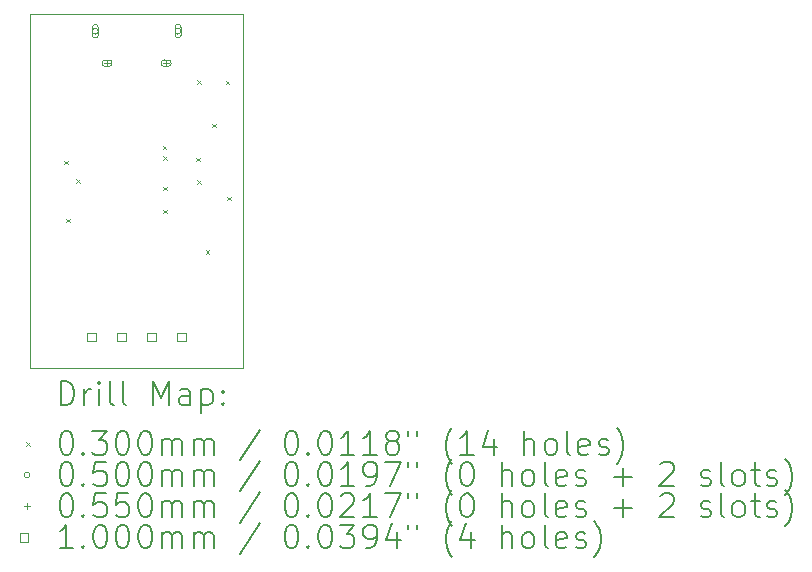
<source format=gbr>
%TF.GenerationSoftware,KiCad,Pcbnew,8.0.5*%
%TF.CreationDate,2025-02-23T09:38:16+09:00*%
%TF.ProjectId,usb_serial,7573625f-7365-4726-9961-6c2e6b696361,rev?*%
%TF.SameCoordinates,Original*%
%TF.FileFunction,Drillmap*%
%TF.FilePolarity,Positive*%
%FSLAX45Y45*%
G04 Gerber Fmt 4.5, Leading zero omitted, Abs format (unit mm)*
G04 Created by KiCad (PCBNEW 8.0.5) date 2025-02-23 09:38:16*
%MOMM*%
%LPD*%
G01*
G04 APERTURE LIST*
%ADD10C,0.050000*%
%ADD11C,0.200000*%
%ADD12C,0.100000*%
G04 APERTURE END LIST*
D10*
X13000000Y-6000000D02*
X14800000Y-6000000D01*
X14800000Y-9000000D01*
X13000000Y-9000000D01*
X13000000Y-6000000D01*
D11*
D12*
X13286000Y-7244000D02*
X13316000Y-7274000D01*
X13316000Y-7244000D02*
X13286000Y-7274000D01*
X13306000Y-7736000D02*
X13336000Y-7766000D01*
X13336000Y-7736000D02*
X13306000Y-7766000D01*
X13390000Y-7403000D02*
X13420000Y-7433000D01*
X13420000Y-7403000D02*
X13390000Y-7433000D01*
X14122000Y-7119000D02*
X14152000Y-7149000D01*
X14152000Y-7119000D02*
X14122000Y-7149000D01*
X14124000Y-7467000D02*
X14154000Y-7497000D01*
X14154000Y-7467000D02*
X14124000Y-7497000D01*
X14126000Y-7662000D02*
X14156000Y-7692000D01*
X14156000Y-7662000D02*
X14126000Y-7692000D01*
X14127500Y-7207500D02*
X14157500Y-7237500D01*
X14157500Y-7207500D02*
X14127500Y-7237500D01*
X14405000Y-7219000D02*
X14435000Y-7249000D01*
X14435000Y-7219000D02*
X14405000Y-7249000D01*
X14413000Y-6564000D02*
X14443000Y-6594000D01*
X14443000Y-6564000D02*
X14413000Y-6594000D01*
X14414000Y-7409000D02*
X14444000Y-7439000D01*
X14444000Y-7409000D02*
X14414000Y-7439000D01*
X14484000Y-8003000D02*
X14514000Y-8033000D01*
X14514000Y-8003000D02*
X14484000Y-8033000D01*
X14542000Y-6933000D02*
X14572000Y-6963000D01*
X14572000Y-6933000D02*
X14542000Y-6963000D01*
X14656000Y-6569000D02*
X14686000Y-6599000D01*
X14686000Y-6569000D02*
X14656000Y-6599000D01*
X14667000Y-7549000D02*
X14697000Y-7579000D01*
X14697000Y-7549000D02*
X14667000Y-7579000D01*
X13575000Y-6149000D02*
G75*
G02*
X13525000Y-6149000I-25000J0D01*
G01*
X13525000Y-6149000D02*
G75*
G02*
X13575000Y-6149000I25000J0D01*
G01*
X13575000Y-6181500D02*
X13575000Y-6116500D01*
X13525000Y-6116500D02*
G75*
G02*
X13575000Y-6116500I25000J0D01*
G01*
X13525000Y-6116500D02*
X13525000Y-6181500D01*
X13525000Y-6181500D02*
G75*
G03*
X13575000Y-6181500I25000J0D01*
G01*
X14275000Y-6149000D02*
G75*
G02*
X14225000Y-6149000I-25000J0D01*
G01*
X14225000Y-6149000D02*
G75*
G02*
X14275000Y-6149000I25000J0D01*
G01*
X14275000Y-6181500D02*
X14275000Y-6116500D01*
X14225000Y-6116500D02*
G75*
G02*
X14275000Y-6116500I25000J0D01*
G01*
X14225000Y-6116500D02*
X14225000Y-6181500D01*
X14225000Y-6181500D02*
G75*
G03*
X14275000Y-6181500I25000J0D01*
G01*
X13650000Y-6391500D02*
X13650000Y-6446500D01*
X13622500Y-6419000D02*
X13677500Y-6419000D01*
X13665000Y-6391500D02*
X13635000Y-6391500D01*
X13635000Y-6446500D02*
G75*
G02*
X13635000Y-6391500I0J27500D01*
G01*
X13635000Y-6446500D02*
X13665000Y-6446500D01*
X13665000Y-6446500D02*
G75*
G03*
X13665000Y-6391500I0J27500D01*
G01*
X14150000Y-6391500D02*
X14150000Y-6446500D01*
X14122500Y-6419000D02*
X14177500Y-6419000D01*
X14165000Y-6391500D02*
X14135000Y-6391500D01*
X14135000Y-6446500D02*
G75*
G02*
X14135000Y-6391500I0J27500D01*
G01*
X14135000Y-6446500D02*
X14165000Y-6446500D01*
X14165000Y-6446500D02*
G75*
G03*
X14165000Y-6391500I0J27500D01*
G01*
X13554356Y-8775356D02*
X13554356Y-8704644D01*
X13483644Y-8704644D01*
X13483644Y-8775356D01*
X13554356Y-8775356D01*
X13808356Y-8775356D02*
X13808356Y-8704644D01*
X13737644Y-8704644D01*
X13737644Y-8775356D01*
X13808356Y-8775356D01*
X14062356Y-8775356D02*
X14062356Y-8704644D01*
X13991644Y-8704644D01*
X13991644Y-8775356D01*
X14062356Y-8775356D01*
X14316356Y-8775356D02*
X14316356Y-8704644D01*
X14245644Y-8704644D01*
X14245644Y-8775356D01*
X14316356Y-8775356D01*
D11*
X13258277Y-9313984D02*
X13258277Y-9113984D01*
X13258277Y-9113984D02*
X13305896Y-9113984D01*
X13305896Y-9113984D02*
X13334467Y-9123508D01*
X13334467Y-9123508D02*
X13353515Y-9142555D01*
X13353515Y-9142555D02*
X13363039Y-9161603D01*
X13363039Y-9161603D02*
X13372562Y-9199698D01*
X13372562Y-9199698D02*
X13372562Y-9228270D01*
X13372562Y-9228270D02*
X13363039Y-9266365D01*
X13363039Y-9266365D02*
X13353515Y-9285412D01*
X13353515Y-9285412D02*
X13334467Y-9304460D01*
X13334467Y-9304460D02*
X13305896Y-9313984D01*
X13305896Y-9313984D02*
X13258277Y-9313984D01*
X13458277Y-9313984D02*
X13458277Y-9180650D01*
X13458277Y-9218746D02*
X13467801Y-9199698D01*
X13467801Y-9199698D02*
X13477324Y-9190174D01*
X13477324Y-9190174D02*
X13496372Y-9180650D01*
X13496372Y-9180650D02*
X13515420Y-9180650D01*
X13582086Y-9313984D02*
X13582086Y-9180650D01*
X13582086Y-9113984D02*
X13572562Y-9123508D01*
X13572562Y-9123508D02*
X13582086Y-9133031D01*
X13582086Y-9133031D02*
X13591610Y-9123508D01*
X13591610Y-9123508D02*
X13582086Y-9113984D01*
X13582086Y-9113984D02*
X13582086Y-9133031D01*
X13705896Y-9313984D02*
X13686848Y-9304460D01*
X13686848Y-9304460D02*
X13677324Y-9285412D01*
X13677324Y-9285412D02*
X13677324Y-9113984D01*
X13810658Y-9313984D02*
X13791610Y-9304460D01*
X13791610Y-9304460D02*
X13782086Y-9285412D01*
X13782086Y-9285412D02*
X13782086Y-9113984D01*
X14039229Y-9313984D02*
X14039229Y-9113984D01*
X14039229Y-9113984D02*
X14105896Y-9256841D01*
X14105896Y-9256841D02*
X14172562Y-9113984D01*
X14172562Y-9113984D02*
X14172562Y-9313984D01*
X14353515Y-9313984D02*
X14353515Y-9209222D01*
X14353515Y-9209222D02*
X14343991Y-9190174D01*
X14343991Y-9190174D02*
X14324943Y-9180650D01*
X14324943Y-9180650D02*
X14286848Y-9180650D01*
X14286848Y-9180650D02*
X14267801Y-9190174D01*
X14353515Y-9304460D02*
X14334467Y-9313984D01*
X14334467Y-9313984D02*
X14286848Y-9313984D01*
X14286848Y-9313984D02*
X14267801Y-9304460D01*
X14267801Y-9304460D02*
X14258277Y-9285412D01*
X14258277Y-9285412D02*
X14258277Y-9266365D01*
X14258277Y-9266365D02*
X14267801Y-9247317D01*
X14267801Y-9247317D02*
X14286848Y-9237793D01*
X14286848Y-9237793D02*
X14334467Y-9237793D01*
X14334467Y-9237793D02*
X14353515Y-9228270D01*
X14448753Y-9180650D02*
X14448753Y-9380650D01*
X14448753Y-9190174D02*
X14467801Y-9180650D01*
X14467801Y-9180650D02*
X14505896Y-9180650D01*
X14505896Y-9180650D02*
X14524943Y-9190174D01*
X14524943Y-9190174D02*
X14534467Y-9199698D01*
X14534467Y-9199698D02*
X14543991Y-9218746D01*
X14543991Y-9218746D02*
X14543991Y-9275889D01*
X14543991Y-9275889D02*
X14534467Y-9294936D01*
X14534467Y-9294936D02*
X14524943Y-9304460D01*
X14524943Y-9304460D02*
X14505896Y-9313984D01*
X14505896Y-9313984D02*
X14467801Y-9313984D01*
X14467801Y-9313984D02*
X14448753Y-9304460D01*
X14629705Y-9294936D02*
X14639229Y-9304460D01*
X14639229Y-9304460D02*
X14629705Y-9313984D01*
X14629705Y-9313984D02*
X14620182Y-9304460D01*
X14620182Y-9304460D02*
X14629705Y-9294936D01*
X14629705Y-9294936D02*
X14629705Y-9313984D01*
X14629705Y-9190174D02*
X14639229Y-9199698D01*
X14639229Y-9199698D02*
X14629705Y-9209222D01*
X14629705Y-9209222D02*
X14620182Y-9199698D01*
X14620182Y-9199698D02*
X14629705Y-9190174D01*
X14629705Y-9190174D02*
X14629705Y-9209222D01*
D12*
X12967500Y-9627500D02*
X12997500Y-9657500D01*
X12997500Y-9627500D02*
X12967500Y-9657500D01*
D11*
X13296372Y-9533984D02*
X13315420Y-9533984D01*
X13315420Y-9533984D02*
X13334467Y-9543508D01*
X13334467Y-9543508D02*
X13343991Y-9553031D01*
X13343991Y-9553031D02*
X13353515Y-9572079D01*
X13353515Y-9572079D02*
X13363039Y-9610174D01*
X13363039Y-9610174D02*
X13363039Y-9657793D01*
X13363039Y-9657793D02*
X13353515Y-9695889D01*
X13353515Y-9695889D02*
X13343991Y-9714936D01*
X13343991Y-9714936D02*
X13334467Y-9724460D01*
X13334467Y-9724460D02*
X13315420Y-9733984D01*
X13315420Y-9733984D02*
X13296372Y-9733984D01*
X13296372Y-9733984D02*
X13277324Y-9724460D01*
X13277324Y-9724460D02*
X13267801Y-9714936D01*
X13267801Y-9714936D02*
X13258277Y-9695889D01*
X13258277Y-9695889D02*
X13248753Y-9657793D01*
X13248753Y-9657793D02*
X13248753Y-9610174D01*
X13248753Y-9610174D02*
X13258277Y-9572079D01*
X13258277Y-9572079D02*
X13267801Y-9553031D01*
X13267801Y-9553031D02*
X13277324Y-9543508D01*
X13277324Y-9543508D02*
X13296372Y-9533984D01*
X13448753Y-9714936D02*
X13458277Y-9724460D01*
X13458277Y-9724460D02*
X13448753Y-9733984D01*
X13448753Y-9733984D02*
X13439229Y-9724460D01*
X13439229Y-9724460D02*
X13448753Y-9714936D01*
X13448753Y-9714936D02*
X13448753Y-9733984D01*
X13524943Y-9533984D02*
X13648753Y-9533984D01*
X13648753Y-9533984D02*
X13582086Y-9610174D01*
X13582086Y-9610174D02*
X13610658Y-9610174D01*
X13610658Y-9610174D02*
X13629705Y-9619698D01*
X13629705Y-9619698D02*
X13639229Y-9629222D01*
X13639229Y-9629222D02*
X13648753Y-9648270D01*
X13648753Y-9648270D02*
X13648753Y-9695889D01*
X13648753Y-9695889D02*
X13639229Y-9714936D01*
X13639229Y-9714936D02*
X13629705Y-9724460D01*
X13629705Y-9724460D02*
X13610658Y-9733984D01*
X13610658Y-9733984D02*
X13553515Y-9733984D01*
X13553515Y-9733984D02*
X13534467Y-9724460D01*
X13534467Y-9724460D02*
X13524943Y-9714936D01*
X13772562Y-9533984D02*
X13791610Y-9533984D01*
X13791610Y-9533984D02*
X13810658Y-9543508D01*
X13810658Y-9543508D02*
X13820182Y-9553031D01*
X13820182Y-9553031D02*
X13829705Y-9572079D01*
X13829705Y-9572079D02*
X13839229Y-9610174D01*
X13839229Y-9610174D02*
X13839229Y-9657793D01*
X13839229Y-9657793D02*
X13829705Y-9695889D01*
X13829705Y-9695889D02*
X13820182Y-9714936D01*
X13820182Y-9714936D02*
X13810658Y-9724460D01*
X13810658Y-9724460D02*
X13791610Y-9733984D01*
X13791610Y-9733984D02*
X13772562Y-9733984D01*
X13772562Y-9733984D02*
X13753515Y-9724460D01*
X13753515Y-9724460D02*
X13743991Y-9714936D01*
X13743991Y-9714936D02*
X13734467Y-9695889D01*
X13734467Y-9695889D02*
X13724943Y-9657793D01*
X13724943Y-9657793D02*
X13724943Y-9610174D01*
X13724943Y-9610174D02*
X13734467Y-9572079D01*
X13734467Y-9572079D02*
X13743991Y-9553031D01*
X13743991Y-9553031D02*
X13753515Y-9543508D01*
X13753515Y-9543508D02*
X13772562Y-9533984D01*
X13963039Y-9533984D02*
X13982086Y-9533984D01*
X13982086Y-9533984D02*
X14001134Y-9543508D01*
X14001134Y-9543508D02*
X14010658Y-9553031D01*
X14010658Y-9553031D02*
X14020182Y-9572079D01*
X14020182Y-9572079D02*
X14029705Y-9610174D01*
X14029705Y-9610174D02*
X14029705Y-9657793D01*
X14029705Y-9657793D02*
X14020182Y-9695889D01*
X14020182Y-9695889D02*
X14010658Y-9714936D01*
X14010658Y-9714936D02*
X14001134Y-9724460D01*
X14001134Y-9724460D02*
X13982086Y-9733984D01*
X13982086Y-9733984D02*
X13963039Y-9733984D01*
X13963039Y-9733984D02*
X13943991Y-9724460D01*
X13943991Y-9724460D02*
X13934467Y-9714936D01*
X13934467Y-9714936D02*
X13924943Y-9695889D01*
X13924943Y-9695889D02*
X13915420Y-9657793D01*
X13915420Y-9657793D02*
X13915420Y-9610174D01*
X13915420Y-9610174D02*
X13924943Y-9572079D01*
X13924943Y-9572079D02*
X13934467Y-9553031D01*
X13934467Y-9553031D02*
X13943991Y-9543508D01*
X13943991Y-9543508D02*
X13963039Y-9533984D01*
X14115420Y-9733984D02*
X14115420Y-9600650D01*
X14115420Y-9619698D02*
X14124943Y-9610174D01*
X14124943Y-9610174D02*
X14143991Y-9600650D01*
X14143991Y-9600650D02*
X14172563Y-9600650D01*
X14172563Y-9600650D02*
X14191610Y-9610174D01*
X14191610Y-9610174D02*
X14201134Y-9629222D01*
X14201134Y-9629222D02*
X14201134Y-9733984D01*
X14201134Y-9629222D02*
X14210658Y-9610174D01*
X14210658Y-9610174D02*
X14229705Y-9600650D01*
X14229705Y-9600650D02*
X14258277Y-9600650D01*
X14258277Y-9600650D02*
X14277324Y-9610174D01*
X14277324Y-9610174D02*
X14286848Y-9629222D01*
X14286848Y-9629222D02*
X14286848Y-9733984D01*
X14382086Y-9733984D02*
X14382086Y-9600650D01*
X14382086Y-9619698D02*
X14391610Y-9610174D01*
X14391610Y-9610174D02*
X14410658Y-9600650D01*
X14410658Y-9600650D02*
X14439229Y-9600650D01*
X14439229Y-9600650D02*
X14458277Y-9610174D01*
X14458277Y-9610174D02*
X14467801Y-9629222D01*
X14467801Y-9629222D02*
X14467801Y-9733984D01*
X14467801Y-9629222D02*
X14477324Y-9610174D01*
X14477324Y-9610174D02*
X14496372Y-9600650D01*
X14496372Y-9600650D02*
X14524943Y-9600650D01*
X14524943Y-9600650D02*
X14543991Y-9610174D01*
X14543991Y-9610174D02*
X14553515Y-9629222D01*
X14553515Y-9629222D02*
X14553515Y-9733984D01*
X14943991Y-9524460D02*
X14772563Y-9781603D01*
X15201134Y-9533984D02*
X15220182Y-9533984D01*
X15220182Y-9533984D02*
X15239229Y-9543508D01*
X15239229Y-9543508D02*
X15248753Y-9553031D01*
X15248753Y-9553031D02*
X15258277Y-9572079D01*
X15258277Y-9572079D02*
X15267801Y-9610174D01*
X15267801Y-9610174D02*
X15267801Y-9657793D01*
X15267801Y-9657793D02*
X15258277Y-9695889D01*
X15258277Y-9695889D02*
X15248753Y-9714936D01*
X15248753Y-9714936D02*
X15239229Y-9724460D01*
X15239229Y-9724460D02*
X15220182Y-9733984D01*
X15220182Y-9733984D02*
X15201134Y-9733984D01*
X15201134Y-9733984D02*
X15182086Y-9724460D01*
X15182086Y-9724460D02*
X15172563Y-9714936D01*
X15172563Y-9714936D02*
X15163039Y-9695889D01*
X15163039Y-9695889D02*
X15153515Y-9657793D01*
X15153515Y-9657793D02*
X15153515Y-9610174D01*
X15153515Y-9610174D02*
X15163039Y-9572079D01*
X15163039Y-9572079D02*
X15172563Y-9553031D01*
X15172563Y-9553031D02*
X15182086Y-9543508D01*
X15182086Y-9543508D02*
X15201134Y-9533984D01*
X15353515Y-9714936D02*
X15363039Y-9724460D01*
X15363039Y-9724460D02*
X15353515Y-9733984D01*
X15353515Y-9733984D02*
X15343991Y-9724460D01*
X15343991Y-9724460D02*
X15353515Y-9714936D01*
X15353515Y-9714936D02*
X15353515Y-9733984D01*
X15486848Y-9533984D02*
X15505896Y-9533984D01*
X15505896Y-9533984D02*
X15524944Y-9543508D01*
X15524944Y-9543508D02*
X15534467Y-9553031D01*
X15534467Y-9553031D02*
X15543991Y-9572079D01*
X15543991Y-9572079D02*
X15553515Y-9610174D01*
X15553515Y-9610174D02*
X15553515Y-9657793D01*
X15553515Y-9657793D02*
X15543991Y-9695889D01*
X15543991Y-9695889D02*
X15534467Y-9714936D01*
X15534467Y-9714936D02*
X15524944Y-9724460D01*
X15524944Y-9724460D02*
X15505896Y-9733984D01*
X15505896Y-9733984D02*
X15486848Y-9733984D01*
X15486848Y-9733984D02*
X15467801Y-9724460D01*
X15467801Y-9724460D02*
X15458277Y-9714936D01*
X15458277Y-9714936D02*
X15448753Y-9695889D01*
X15448753Y-9695889D02*
X15439229Y-9657793D01*
X15439229Y-9657793D02*
X15439229Y-9610174D01*
X15439229Y-9610174D02*
X15448753Y-9572079D01*
X15448753Y-9572079D02*
X15458277Y-9553031D01*
X15458277Y-9553031D02*
X15467801Y-9543508D01*
X15467801Y-9543508D02*
X15486848Y-9533984D01*
X15743991Y-9733984D02*
X15629706Y-9733984D01*
X15686848Y-9733984D02*
X15686848Y-9533984D01*
X15686848Y-9533984D02*
X15667801Y-9562555D01*
X15667801Y-9562555D02*
X15648753Y-9581603D01*
X15648753Y-9581603D02*
X15629706Y-9591127D01*
X15934467Y-9733984D02*
X15820182Y-9733984D01*
X15877325Y-9733984D02*
X15877325Y-9533984D01*
X15877325Y-9533984D02*
X15858277Y-9562555D01*
X15858277Y-9562555D02*
X15839229Y-9581603D01*
X15839229Y-9581603D02*
X15820182Y-9591127D01*
X16048753Y-9619698D02*
X16029706Y-9610174D01*
X16029706Y-9610174D02*
X16020182Y-9600650D01*
X16020182Y-9600650D02*
X16010658Y-9581603D01*
X16010658Y-9581603D02*
X16010658Y-9572079D01*
X16010658Y-9572079D02*
X16020182Y-9553031D01*
X16020182Y-9553031D02*
X16029706Y-9543508D01*
X16029706Y-9543508D02*
X16048753Y-9533984D01*
X16048753Y-9533984D02*
X16086848Y-9533984D01*
X16086848Y-9533984D02*
X16105896Y-9543508D01*
X16105896Y-9543508D02*
X16115420Y-9553031D01*
X16115420Y-9553031D02*
X16124944Y-9572079D01*
X16124944Y-9572079D02*
X16124944Y-9581603D01*
X16124944Y-9581603D02*
X16115420Y-9600650D01*
X16115420Y-9600650D02*
X16105896Y-9610174D01*
X16105896Y-9610174D02*
X16086848Y-9619698D01*
X16086848Y-9619698D02*
X16048753Y-9619698D01*
X16048753Y-9619698D02*
X16029706Y-9629222D01*
X16029706Y-9629222D02*
X16020182Y-9638746D01*
X16020182Y-9638746D02*
X16010658Y-9657793D01*
X16010658Y-9657793D02*
X16010658Y-9695889D01*
X16010658Y-9695889D02*
X16020182Y-9714936D01*
X16020182Y-9714936D02*
X16029706Y-9724460D01*
X16029706Y-9724460D02*
X16048753Y-9733984D01*
X16048753Y-9733984D02*
X16086848Y-9733984D01*
X16086848Y-9733984D02*
X16105896Y-9724460D01*
X16105896Y-9724460D02*
X16115420Y-9714936D01*
X16115420Y-9714936D02*
X16124944Y-9695889D01*
X16124944Y-9695889D02*
X16124944Y-9657793D01*
X16124944Y-9657793D02*
X16115420Y-9638746D01*
X16115420Y-9638746D02*
X16105896Y-9629222D01*
X16105896Y-9629222D02*
X16086848Y-9619698D01*
X16201134Y-9533984D02*
X16201134Y-9572079D01*
X16277325Y-9533984D02*
X16277325Y-9572079D01*
X16572563Y-9810174D02*
X16563039Y-9800650D01*
X16563039Y-9800650D02*
X16543991Y-9772079D01*
X16543991Y-9772079D02*
X16534468Y-9753031D01*
X16534468Y-9753031D02*
X16524944Y-9724460D01*
X16524944Y-9724460D02*
X16515420Y-9676841D01*
X16515420Y-9676841D02*
X16515420Y-9638746D01*
X16515420Y-9638746D02*
X16524944Y-9591127D01*
X16524944Y-9591127D02*
X16534468Y-9562555D01*
X16534468Y-9562555D02*
X16543991Y-9543508D01*
X16543991Y-9543508D02*
X16563039Y-9514936D01*
X16563039Y-9514936D02*
X16572563Y-9505412D01*
X16753515Y-9733984D02*
X16639229Y-9733984D01*
X16696372Y-9733984D02*
X16696372Y-9533984D01*
X16696372Y-9533984D02*
X16677325Y-9562555D01*
X16677325Y-9562555D02*
X16658277Y-9581603D01*
X16658277Y-9581603D02*
X16639229Y-9591127D01*
X16924944Y-9600650D02*
X16924944Y-9733984D01*
X16877325Y-9524460D02*
X16829706Y-9667317D01*
X16829706Y-9667317D02*
X16953515Y-9667317D01*
X17182087Y-9733984D02*
X17182087Y-9533984D01*
X17267801Y-9733984D02*
X17267801Y-9629222D01*
X17267801Y-9629222D02*
X17258277Y-9610174D01*
X17258277Y-9610174D02*
X17239230Y-9600650D01*
X17239230Y-9600650D02*
X17210658Y-9600650D01*
X17210658Y-9600650D02*
X17191611Y-9610174D01*
X17191611Y-9610174D02*
X17182087Y-9619698D01*
X17391611Y-9733984D02*
X17372563Y-9724460D01*
X17372563Y-9724460D02*
X17363039Y-9714936D01*
X17363039Y-9714936D02*
X17353515Y-9695889D01*
X17353515Y-9695889D02*
X17353515Y-9638746D01*
X17353515Y-9638746D02*
X17363039Y-9619698D01*
X17363039Y-9619698D02*
X17372563Y-9610174D01*
X17372563Y-9610174D02*
X17391611Y-9600650D01*
X17391611Y-9600650D02*
X17420182Y-9600650D01*
X17420182Y-9600650D02*
X17439230Y-9610174D01*
X17439230Y-9610174D02*
X17448753Y-9619698D01*
X17448753Y-9619698D02*
X17458277Y-9638746D01*
X17458277Y-9638746D02*
X17458277Y-9695889D01*
X17458277Y-9695889D02*
X17448753Y-9714936D01*
X17448753Y-9714936D02*
X17439230Y-9724460D01*
X17439230Y-9724460D02*
X17420182Y-9733984D01*
X17420182Y-9733984D02*
X17391611Y-9733984D01*
X17572563Y-9733984D02*
X17553515Y-9724460D01*
X17553515Y-9724460D02*
X17543992Y-9705412D01*
X17543992Y-9705412D02*
X17543992Y-9533984D01*
X17724944Y-9724460D02*
X17705896Y-9733984D01*
X17705896Y-9733984D02*
X17667801Y-9733984D01*
X17667801Y-9733984D02*
X17648753Y-9724460D01*
X17648753Y-9724460D02*
X17639230Y-9705412D01*
X17639230Y-9705412D02*
X17639230Y-9629222D01*
X17639230Y-9629222D02*
X17648753Y-9610174D01*
X17648753Y-9610174D02*
X17667801Y-9600650D01*
X17667801Y-9600650D02*
X17705896Y-9600650D01*
X17705896Y-9600650D02*
X17724944Y-9610174D01*
X17724944Y-9610174D02*
X17734468Y-9629222D01*
X17734468Y-9629222D02*
X17734468Y-9648270D01*
X17734468Y-9648270D02*
X17639230Y-9667317D01*
X17810658Y-9724460D02*
X17829706Y-9733984D01*
X17829706Y-9733984D02*
X17867801Y-9733984D01*
X17867801Y-9733984D02*
X17886849Y-9724460D01*
X17886849Y-9724460D02*
X17896373Y-9705412D01*
X17896373Y-9705412D02*
X17896373Y-9695889D01*
X17896373Y-9695889D02*
X17886849Y-9676841D01*
X17886849Y-9676841D02*
X17867801Y-9667317D01*
X17867801Y-9667317D02*
X17839230Y-9667317D01*
X17839230Y-9667317D02*
X17820182Y-9657793D01*
X17820182Y-9657793D02*
X17810658Y-9638746D01*
X17810658Y-9638746D02*
X17810658Y-9629222D01*
X17810658Y-9629222D02*
X17820182Y-9610174D01*
X17820182Y-9610174D02*
X17839230Y-9600650D01*
X17839230Y-9600650D02*
X17867801Y-9600650D01*
X17867801Y-9600650D02*
X17886849Y-9610174D01*
X17963039Y-9810174D02*
X17972563Y-9800650D01*
X17972563Y-9800650D02*
X17991611Y-9772079D01*
X17991611Y-9772079D02*
X18001134Y-9753031D01*
X18001134Y-9753031D02*
X18010658Y-9724460D01*
X18010658Y-9724460D02*
X18020182Y-9676841D01*
X18020182Y-9676841D02*
X18020182Y-9638746D01*
X18020182Y-9638746D02*
X18010658Y-9591127D01*
X18010658Y-9591127D02*
X18001134Y-9562555D01*
X18001134Y-9562555D02*
X17991611Y-9543508D01*
X17991611Y-9543508D02*
X17972563Y-9514936D01*
X17972563Y-9514936D02*
X17963039Y-9505412D01*
D12*
X12997500Y-9906500D02*
G75*
G02*
X12947500Y-9906500I-25000J0D01*
G01*
X12947500Y-9906500D02*
G75*
G02*
X12997500Y-9906500I25000J0D01*
G01*
D11*
X13296372Y-9797984D02*
X13315420Y-9797984D01*
X13315420Y-9797984D02*
X13334467Y-9807508D01*
X13334467Y-9807508D02*
X13343991Y-9817031D01*
X13343991Y-9817031D02*
X13353515Y-9836079D01*
X13353515Y-9836079D02*
X13363039Y-9874174D01*
X13363039Y-9874174D02*
X13363039Y-9921793D01*
X13363039Y-9921793D02*
X13353515Y-9959889D01*
X13353515Y-9959889D02*
X13343991Y-9978936D01*
X13343991Y-9978936D02*
X13334467Y-9988460D01*
X13334467Y-9988460D02*
X13315420Y-9997984D01*
X13315420Y-9997984D02*
X13296372Y-9997984D01*
X13296372Y-9997984D02*
X13277324Y-9988460D01*
X13277324Y-9988460D02*
X13267801Y-9978936D01*
X13267801Y-9978936D02*
X13258277Y-9959889D01*
X13258277Y-9959889D02*
X13248753Y-9921793D01*
X13248753Y-9921793D02*
X13248753Y-9874174D01*
X13248753Y-9874174D02*
X13258277Y-9836079D01*
X13258277Y-9836079D02*
X13267801Y-9817031D01*
X13267801Y-9817031D02*
X13277324Y-9807508D01*
X13277324Y-9807508D02*
X13296372Y-9797984D01*
X13448753Y-9978936D02*
X13458277Y-9988460D01*
X13458277Y-9988460D02*
X13448753Y-9997984D01*
X13448753Y-9997984D02*
X13439229Y-9988460D01*
X13439229Y-9988460D02*
X13448753Y-9978936D01*
X13448753Y-9978936D02*
X13448753Y-9997984D01*
X13639229Y-9797984D02*
X13543991Y-9797984D01*
X13543991Y-9797984D02*
X13534467Y-9893222D01*
X13534467Y-9893222D02*
X13543991Y-9883698D01*
X13543991Y-9883698D02*
X13563039Y-9874174D01*
X13563039Y-9874174D02*
X13610658Y-9874174D01*
X13610658Y-9874174D02*
X13629705Y-9883698D01*
X13629705Y-9883698D02*
X13639229Y-9893222D01*
X13639229Y-9893222D02*
X13648753Y-9912270D01*
X13648753Y-9912270D02*
X13648753Y-9959889D01*
X13648753Y-9959889D02*
X13639229Y-9978936D01*
X13639229Y-9978936D02*
X13629705Y-9988460D01*
X13629705Y-9988460D02*
X13610658Y-9997984D01*
X13610658Y-9997984D02*
X13563039Y-9997984D01*
X13563039Y-9997984D02*
X13543991Y-9988460D01*
X13543991Y-9988460D02*
X13534467Y-9978936D01*
X13772562Y-9797984D02*
X13791610Y-9797984D01*
X13791610Y-9797984D02*
X13810658Y-9807508D01*
X13810658Y-9807508D02*
X13820182Y-9817031D01*
X13820182Y-9817031D02*
X13829705Y-9836079D01*
X13829705Y-9836079D02*
X13839229Y-9874174D01*
X13839229Y-9874174D02*
X13839229Y-9921793D01*
X13839229Y-9921793D02*
X13829705Y-9959889D01*
X13829705Y-9959889D02*
X13820182Y-9978936D01*
X13820182Y-9978936D02*
X13810658Y-9988460D01*
X13810658Y-9988460D02*
X13791610Y-9997984D01*
X13791610Y-9997984D02*
X13772562Y-9997984D01*
X13772562Y-9997984D02*
X13753515Y-9988460D01*
X13753515Y-9988460D02*
X13743991Y-9978936D01*
X13743991Y-9978936D02*
X13734467Y-9959889D01*
X13734467Y-9959889D02*
X13724943Y-9921793D01*
X13724943Y-9921793D02*
X13724943Y-9874174D01*
X13724943Y-9874174D02*
X13734467Y-9836079D01*
X13734467Y-9836079D02*
X13743991Y-9817031D01*
X13743991Y-9817031D02*
X13753515Y-9807508D01*
X13753515Y-9807508D02*
X13772562Y-9797984D01*
X13963039Y-9797984D02*
X13982086Y-9797984D01*
X13982086Y-9797984D02*
X14001134Y-9807508D01*
X14001134Y-9807508D02*
X14010658Y-9817031D01*
X14010658Y-9817031D02*
X14020182Y-9836079D01*
X14020182Y-9836079D02*
X14029705Y-9874174D01*
X14029705Y-9874174D02*
X14029705Y-9921793D01*
X14029705Y-9921793D02*
X14020182Y-9959889D01*
X14020182Y-9959889D02*
X14010658Y-9978936D01*
X14010658Y-9978936D02*
X14001134Y-9988460D01*
X14001134Y-9988460D02*
X13982086Y-9997984D01*
X13982086Y-9997984D02*
X13963039Y-9997984D01*
X13963039Y-9997984D02*
X13943991Y-9988460D01*
X13943991Y-9988460D02*
X13934467Y-9978936D01*
X13934467Y-9978936D02*
X13924943Y-9959889D01*
X13924943Y-9959889D02*
X13915420Y-9921793D01*
X13915420Y-9921793D02*
X13915420Y-9874174D01*
X13915420Y-9874174D02*
X13924943Y-9836079D01*
X13924943Y-9836079D02*
X13934467Y-9817031D01*
X13934467Y-9817031D02*
X13943991Y-9807508D01*
X13943991Y-9807508D02*
X13963039Y-9797984D01*
X14115420Y-9997984D02*
X14115420Y-9864650D01*
X14115420Y-9883698D02*
X14124943Y-9874174D01*
X14124943Y-9874174D02*
X14143991Y-9864650D01*
X14143991Y-9864650D02*
X14172563Y-9864650D01*
X14172563Y-9864650D02*
X14191610Y-9874174D01*
X14191610Y-9874174D02*
X14201134Y-9893222D01*
X14201134Y-9893222D02*
X14201134Y-9997984D01*
X14201134Y-9893222D02*
X14210658Y-9874174D01*
X14210658Y-9874174D02*
X14229705Y-9864650D01*
X14229705Y-9864650D02*
X14258277Y-9864650D01*
X14258277Y-9864650D02*
X14277324Y-9874174D01*
X14277324Y-9874174D02*
X14286848Y-9893222D01*
X14286848Y-9893222D02*
X14286848Y-9997984D01*
X14382086Y-9997984D02*
X14382086Y-9864650D01*
X14382086Y-9883698D02*
X14391610Y-9874174D01*
X14391610Y-9874174D02*
X14410658Y-9864650D01*
X14410658Y-9864650D02*
X14439229Y-9864650D01*
X14439229Y-9864650D02*
X14458277Y-9874174D01*
X14458277Y-9874174D02*
X14467801Y-9893222D01*
X14467801Y-9893222D02*
X14467801Y-9997984D01*
X14467801Y-9893222D02*
X14477324Y-9874174D01*
X14477324Y-9874174D02*
X14496372Y-9864650D01*
X14496372Y-9864650D02*
X14524943Y-9864650D01*
X14524943Y-9864650D02*
X14543991Y-9874174D01*
X14543991Y-9874174D02*
X14553515Y-9893222D01*
X14553515Y-9893222D02*
X14553515Y-9997984D01*
X14943991Y-9788460D02*
X14772563Y-10045603D01*
X15201134Y-9797984D02*
X15220182Y-9797984D01*
X15220182Y-9797984D02*
X15239229Y-9807508D01*
X15239229Y-9807508D02*
X15248753Y-9817031D01*
X15248753Y-9817031D02*
X15258277Y-9836079D01*
X15258277Y-9836079D02*
X15267801Y-9874174D01*
X15267801Y-9874174D02*
X15267801Y-9921793D01*
X15267801Y-9921793D02*
X15258277Y-9959889D01*
X15258277Y-9959889D02*
X15248753Y-9978936D01*
X15248753Y-9978936D02*
X15239229Y-9988460D01*
X15239229Y-9988460D02*
X15220182Y-9997984D01*
X15220182Y-9997984D02*
X15201134Y-9997984D01*
X15201134Y-9997984D02*
X15182086Y-9988460D01*
X15182086Y-9988460D02*
X15172563Y-9978936D01*
X15172563Y-9978936D02*
X15163039Y-9959889D01*
X15163039Y-9959889D02*
X15153515Y-9921793D01*
X15153515Y-9921793D02*
X15153515Y-9874174D01*
X15153515Y-9874174D02*
X15163039Y-9836079D01*
X15163039Y-9836079D02*
X15172563Y-9817031D01*
X15172563Y-9817031D02*
X15182086Y-9807508D01*
X15182086Y-9807508D02*
X15201134Y-9797984D01*
X15353515Y-9978936D02*
X15363039Y-9988460D01*
X15363039Y-9988460D02*
X15353515Y-9997984D01*
X15353515Y-9997984D02*
X15343991Y-9988460D01*
X15343991Y-9988460D02*
X15353515Y-9978936D01*
X15353515Y-9978936D02*
X15353515Y-9997984D01*
X15486848Y-9797984D02*
X15505896Y-9797984D01*
X15505896Y-9797984D02*
X15524944Y-9807508D01*
X15524944Y-9807508D02*
X15534467Y-9817031D01*
X15534467Y-9817031D02*
X15543991Y-9836079D01*
X15543991Y-9836079D02*
X15553515Y-9874174D01*
X15553515Y-9874174D02*
X15553515Y-9921793D01*
X15553515Y-9921793D02*
X15543991Y-9959889D01*
X15543991Y-9959889D02*
X15534467Y-9978936D01*
X15534467Y-9978936D02*
X15524944Y-9988460D01*
X15524944Y-9988460D02*
X15505896Y-9997984D01*
X15505896Y-9997984D02*
X15486848Y-9997984D01*
X15486848Y-9997984D02*
X15467801Y-9988460D01*
X15467801Y-9988460D02*
X15458277Y-9978936D01*
X15458277Y-9978936D02*
X15448753Y-9959889D01*
X15448753Y-9959889D02*
X15439229Y-9921793D01*
X15439229Y-9921793D02*
X15439229Y-9874174D01*
X15439229Y-9874174D02*
X15448753Y-9836079D01*
X15448753Y-9836079D02*
X15458277Y-9817031D01*
X15458277Y-9817031D02*
X15467801Y-9807508D01*
X15467801Y-9807508D02*
X15486848Y-9797984D01*
X15743991Y-9997984D02*
X15629706Y-9997984D01*
X15686848Y-9997984D02*
X15686848Y-9797984D01*
X15686848Y-9797984D02*
X15667801Y-9826555D01*
X15667801Y-9826555D02*
X15648753Y-9845603D01*
X15648753Y-9845603D02*
X15629706Y-9855127D01*
X15839229Y-9997984D02*
X15877325Y-9997984D01*
X15877325Y-9997984D02*
X15896372Y-9988460D01*
X15896372Y-9988460D02*
X15905896Y-9978936D01*
X15905896Y-9978936D02*
X15924944Y-9950365D01*
X15924944Y-9950365D02*
X15934467Y-9912270D01*
X15934467Y-9912270D02*
X15934467Y-9836079D01*
X15934467Y-9836079D02*
X15924944Y-9817031D01*
X15924944Y-9817031D02*
X15915420Y-9807508D01*
X15915420Y-9807508D02*
X15896372Y-9797984D01*
X15896372Y-9797984D02*
X15858277Y-9797984D01*
X15858277Y-9797984D02*
X15839229Y-9807508D01*
X15839229Y-9807508D02*
X15829706Y-9817031D01*
X15829706Y-9817031D02*
X15820182Y-9836079D01*
X15820182Y-9836079D02*
X15820182Y-9883698D01*
X15820182Y-9883698D02*
X15829706Y-9902746D01*
X15829706Y-9902746D02*
X15839229Y-9912270D01*
X15839229Y-9912270D02*
X15858277Y-9921793D01*
X15858277Y-9921793D02*
X15896372Y-9921793D01*
X15896372Y-9921793D02*
X15915420Y-9912270D01*
X15915420Y-9912270D02*
X15924944Y-9902746D01*
X15924944Y-9902746D02*
X15934467Y-9883698D01*
X16001134Y-9797984D02*
X16134467Y-9797984D01*
X16134467Y-9797984D02*
X16048753Y-9997984D01*
X16201134Y-9797984D02*
X16201134Y-9836079D01*
X16277325Y-9797984D02*
X16277325Y-9836079D01*
X16572563Y-10074174D02*
X16563039Y-10064650D01*
X16563039Y-10064650D02*
X16543991Y-10036079D01*
X16543991Y-10036079D02*
X16534468Y-10017031D01*
X16534468Y-10017031D02*
X16524944Y-9988460D01*
X16524944Y-9988460D02*
X16515420Y-9940841D01*
X16515420Y-9940841D02*
X16515420Y-9902746D01*
X16515420Y-9902746D02*
X16524944Y-9855127D01*
X16524944Y-9855127D02*
X16534468Y-9826555D01*
X16534468Y-9826555D02*
X16543991Y-9807508D01*
X16543991Y-9807508D02*
X16563039Y-9778936D01*
X16563039Y-9778936D02*
X16572563Y-9769412D01*
X16686848Y-9797984D02*
X16705896Y-9797984D01*
X16705896Y-9797984D02*
X16724944Y-9807508D01*
X16724944Y-9807508D02*
X16734468Y-9817031D01*
X16734468Y-9817031D02*
X16743991Y-9836079D01*
X16743991Y-9836079D02*
X16753515Y-9874174D01*
X16753515Y-9874174D02*
X16753515Y-9921793D01*
X16753515Y-9921793D02*
X16743991Y-9959889D01*
X16743991Y-9959889D02*
X16734468Y-9978936D01*
X16734468Y-9978936D02*
X16724944Y-9988460D01*
X16724944Y-9988460D02*
X16705896Y-9997984D01*
X16705896Y-9997984D02*
X16686848Y-9997984D01*
X16686848Y-9997984D02*
X16667801Y-9988460D01*
X16667801Y-9988460D02*
X16658277Y-9978936D01*
X16658277Y-9978936D02*
X16648753Y-9959889D01*
X16648753Y-9959889D02*
X16639229Y-9921793D01*
X16639229Y-9921793D02*
X16639229Y-9874174D01*
X16639229Y-9874174D02*
X16648753Y-9836079D01*
X16648753Y-9836079D02*
X16658277Y-9817031D01*
X16658277Y-9817031D02*
X16667801Y-9807508D01*
X16667801Y-9807508D02*
X16686848Y-9797984D01*
X16991611Y-9997984D02*
X16991611Y-9797984D01*
X17077325Y-9997984D02*
X17077325Y-9893222D01*
X17077325Y-9893222D02*
X17067801Y-9874174D01*
X17067801Y-9874174D02*
X17048753Y-9864650D01*
X17048753Y-9864650D02*
X17020182Y-9864650D01*
X17020182Y-9864650D02*
X17001134Y-9874174D01*
X17001134Y-9874174D02*
X16991611Y-9883698D01*
X17201134Y-9997984D02*
X17182087Y-9988460D01*
X17182087Y-9988460D02*
X17172563Y-9978936D01*
X17172563Y-9978936D02*
X17163039Y-9959889D01*
X17163039Y-9959889D02*
X17163039Y-9902746D01*
X17163039Y-9902746D02*
X17172563Y-9883698D01*
X17172563Y-9883698D02*
X17182087Y-9874174D01*
X17182087Y-9874174D02*
X17201134Y-9864650D01*
X17201134Y-9864650D02*
X17229706Y-9864650D01*
X17229706Y-9864650D02*
X17248753Y-9874174D01*
X17248753Y-9874174D02*
X17258277Y-9883698D01*
X17258277Y-9883698D02*
X17267801Y-9902746D01*
X17267801Y-9902746D02*
X17267801Y-9959889D01*
X17267801Y-9959889D02*
X17258277Y-9978936D01*
X17258277Y-9978936D02*
X17248753Y-9988460D01*
X17248753Y-9988460D02*
X17229706Y-9997984D01*
X17229706Y-9997984D02*
X17201134Y-9997984D01*
X17382087Y-9997984D02*
X17363039Y-9988460D01*
X17363039Y-9988460D02*
X17353515Y-9969412D01*
X17353515Y-9969412D02*
X17353515Y-9797984D01*
X17534468Y-9988460D02*
X17515420Y-9997984D01*
X17515420Y-9997984D02*
X17477325Y-9997984D01*
X17477325Y-9997984D02*
X17458277Y-9988460D01*
X17458277Y-9988460D02*
X17448753Y-9969412D01*
X17448753Y-9969412D02*
X17448753Y-9893222D01*
X17448753Y-9893222D02*
X17458277Y-9874174D01*
X17458277Y-9874174D02*
X17477325Y-9864650D01*
X17477325Y-9864650D02*
X17515420Y-9864650D01*
X17515420Y-9864650D02*
X17534468Y-9874174D01*
X17534468Y-9874174D02*
X17543992Y-9893222D01*
X17543992Y-9893222D02*
X17543992Y-9912270D01*
X17543992Y-9912270D02*
X17448753Y-9931317D01*
X17620182Y-9988460D02*
X17639230Y-9997984D01*
X17639230Y-9997984D02*
X17677325Y-9997984D01*
X17677325Y-9997984D02*
X17696373Y-9988460D01*
X17696373Y-9988460D02*
X17705896Y-9969412D01*
X17705896Y-9969412D02*
X17705896Y-9959889D01*
X17705896Y-9959889D02*
X17696373Y-9940841D01*
X17696373Y-9940841D02*
X17677325Y-9931317D01*
X17677325Y-9931317D02*
X17648753Y-9931317D01*
X17648753Y-9931317D02*
X17629706Y-9921793D01*
X17629706Y-9921793D02*
X17620182Y-9902746D01*
X17620182Y-9902746D02*
X17620182Y-9893222D01*
X17620182Y-9893222D02*
X17629706Y-9874174D01*
X17629706Y-9874174D02*
X17648753Y-9864650D01*
X17648753Y-9864650D02*
X17677325Y-9864650D01*
X17677325Y-9864650D02*
X17696373Y-9874174D01*
X17943992Y-9921793D02*
X18096373Y-9921793D01*
X18020182Y-9997984D02*
X18020182Y-9845603D01*
X18334468Y-9817031D02*
X18343992Y-9807508D01*
X18343992Y-9807508D02*
X18363039Y-9797984D01*
X18363039Y-9797984D02*
X18410658Y-9797984D01*
X18410658Y-9797984D02*
X18429706Y-9807508D01*
X18429706Y-9807508D02*
X18439230Y-9817031D01*
X18439230Y-9817031D02*
X18448754Y-9836079D01*
X18448754Y-9836079D02*
X18448754Y-9855127D01*
X18448754Y-9855127D02*
X18439230Y-9883698D01*
X18439230Y-9883698D02*
X18324944Y-9997984D01*
X18324944Y-9997984D02*
X18448754Y-9997984D01*
X18677325Y-9988460D02*
X18696373Y-9997984D01*
X18696373Y-9997984D02*
X18734468Y-9997984D01*
X18734468Y-9997984D02*
X18753516Y-9988460D01*
X18753516Y-9988460D02*
X18763039Y-9969412D01*
X18763039Y-9969412D02*
X18763039Y-9959889D01*
X18763039Y-9959889D02*
X18753516Y-9940841D01*
X18753516Y-9940841D02*
X18734468Y-9931317D01*
X18734468Y-9931317D02*
X18705896Y-9931317D01*
X18705896Y-9931317D02*
X18686849Y-9921793D01*
X18686849Y-9921793D02*
X18677325Y-9902746D01*
X18677325Y-9902746D02*
X18677325Y-9893222D01*
X18677325Y-9893222D02*
X18686849Y-9874174D01*
X18686849Y-9874174D02*
X18705896Y-9864650D01*
X18705896Y-9864650D02*
X18734468Y-9864650D01*
X18734468Y-9864650D02*
X18753516Y-9874174D01*
X18877325Y-9997984D02*
X18858277Y-9988460D01*
X18858277Y-9988460D02*
X18848754Y-9969412D01*
X18848754Y-9969412D02*
X18848754Y-9797984D01*
X18982087Y-9997984D02*
X18963039Y-9988460D01*
X18963039Y-9988460D02*
X18953516Y-9978936D01*
X18953516Y-9978936D02*
X18943992Y-9959889D01*
X18943992Y-9959889D02*
X18943992Y-9902746D01*
X18943992Y-9902746D02*
X18953516Y-9883698D01*
X18953516Y-9883698D02*
X18963039Y-9874174D01*
X18963039Y-9874174D02*
X18982087Y-9864650D01*
X18982087Y-9864650D02*
X19010658Y-9864650D01*
X19010658Y-9864650D02*
X19029706Y-9874174D01*
X19029706Y-9874174D02*
X19039230Y-9883698D01*
X19039230Y-9883698D02*
X19048754Y-9902746D01*
X19048754Y-9902746D02*
X19048754Y-9959889D01*
X19048754Y-9959889D02*
X19039230Y-9978936D01*
X19039230Y-9978936D02*
X19029706Y-9988460D01*
X19029706Y-9988460D02*
X19010658Y-9997984D01*
X19010658Y-9997984D02*
X18982087Y-9997984D01*
X19105897Y-9864650D02*
X19182087Y-9864650D01*
X19134468Y-9797984D02*
X19134468Y-9969412D01*
X19134468Y-9969412D02*
X19143992Y-9988460D01*
X19143992Y-9988460D02*
X19163039Y-9997984D01*
X19163039Y-9997984D02*
X19182087Y-9997984D01*
X19239230Y-9988460D02*
X19258277Y-9997984D01*
X19258277Y-9997984D02*
X19296373Y-9997984D01*
X19296373Y-9997984D02*
X19315420Y-9988460D01*
X19315420Y-9988460D02*
X19324944Y-9969412D01*
X19324944Y-9969412D02*
X19324944Y-9959889D01*
X19324944Y-9959889D02*
X19315420Y-9940841D01*
X19315420Y-9940841D02*
X19296373Y-9931317D01*
X19296373Y-9931317D02*
X19267801Y-9931317D01*
X19267801Y-9931317D02*
X19248754Y-9921793D01*
X19248754Y-9921793D02*
X19239230Y-9902746D01*
X19239230Y-9902746D02*
X19239230Y-9893222D01*
X19239230Y-9893222D02*
X19248754Y-9874174D01*
X19248754Y-9874174D02*
X19267801Y-9864650D01*
X19267801Y-9864650D02*
X19296373Y-9864650D01*
X19296373Y-9864650D02*
X19315420Y-9874174D01*
X19391611Y-10074174D02*
X19401135Y-10064650D01*
X19401135Y-10064650D02*
X19420182Y-10036079D01*
X19420182Y-10036079D02*
X19429706Y-10017031D01*
X19429706Y-10017031D02*
X19439230Y-9988460D01*
X19439230Y-9988460D02*
X19448754Y-9940841D01*
X19448754Y-9940841D02*
X19448754Y-9902746D01*
X19448754Y-9902746D02*
X19439230Y-9855127D01*
X19439230Y-9855127D02*
X19429706Y-9826555D01*
X19429706Y-9826555D02*
X19420182Y-9807508D01*
X19420182Y-9807508D02*
X19401135Y-9778936D01*
X19401135Y-9778936D02*
X19391611Y-9769412D01*
D12*
X12970000Y-10143000D02*
X12970000Y-10198000D01*
X12942500Y-10170500D02*
X12997500Y-10170500D01*
D11*
X13296372Y-10061984D02*
X13315420Y-10061984D01*
X13315420Y-10061984D02*
X13334467Y-10071508D01*
X13334467Y-10071508D02*
X13343991Y-10081031D01*
X13343991Y-10081031D02*
X13353515Y-10100079D01*
X13353515Y-10100079D02*
X13363039Y-10138174D01*
X13363039Y-10138174D02*
X13363039Y-10185793D01*
X13363039Y-10185793D02*
X13353515Y-10223889D01*
X13353515Y-10223889D02*
X13343991Y-10242936D01*
X13343991Y-10242936D02*
X13334467Y-10252460D01*
X13334467Y-10252460D02*
X13315420Y-10261984D01*
X13315420Y-10261984D02*
X13296372Y-10261984D01*
X13296372Y-10261984D02*
X13277324Y-10252460D01*
X13277324Y-10252460D02*
X13267801Y-10242936D01*
X13267801Y-10242936D02*
X13258277Y-10223889D01*
X13258277Y-10223889D02*
X13248753Y-10185793D01*
X13248753Y-10185793D02*
X13248753Y-10138174D01*
X13248753Y-10138174D02*
X13258277Y-10100079D01*
X13258277Y-10100079D02*
X13267801Y-10081031D01*
X13267801Y-10081031D02*
X13277324Y-10071508D01*
X13277324Y-10071508D02*
X13296372Y-10061984D01*
X13448753Y-10242936D02*
X13458277Y-10252460D01*
X13458277Y-10252460D02*
X13448753Y-10261984D01*
X13448753Y-10261984D02*
X13439229Y-10252460D01*
X13439229Y-10252460D02*
X13448753Y-10242936D01*
X13448753Y-10242936D02*
X13448753Y-10261984D01*
X13639229Y-10061984D02*
X13543991Y-10061984D01*
X13543991Y-10061984D02*
X13534467Y-10157222D01*
X13534467Y-10157222D02*
X13543991Y-10147698D01*
X13543991Y-10147698D02*
X13563039Y-10138174D01*
X13563039Y-10138174D02*
X13610658Y-10138174D01*
X13610658Y-10138174D02*
X13629705Y-10147698D01*
X13629705Y-10147698D02*
X13639229Y-10157222D01*
X13639229Y-10157222D02*
X13648753Y-10176270D01*
X13648753Y-10176270D02*
X13648753Y-10223889D01*
X13648753Y-10223889D02*
X13639229Y-10242936D01*
X13639229Y-10242936D02*
X13629705Y-10252460D01*
X13629705Y-10252460D02*
X13610658Y-10261984D01*
X13610658Y-10261984D02*
X13563039Y-10261984D01*
X13563039Y-10261984D02*
X13543991Y-10252460D01*
X13543991Y-10252460D02*
X13534467Y-10242936D01*
X13829705Y-10061984D02*
X13734467Y-10061984D01*
X13734467Y-10061984D02*
X13724943Y-10157222D01*
X13724943Y-10157222D02*
X13734467Y-10147698D01*
X13734467Y-10147698D02*
X13753515Y-10138174D01*
X13753515Y-10138174D02*
X13801134Y-10138174D01*
X13801134Y-10138174D02*
X13820182Y-10147698D01*
X13820182Y-10147698D02*
X13829705Y-10157222D01*
X13829705Y-10157222D02*
X13839229Y-10176270D01*
X13839229Y-10176270D02*
X13839229Y-10223889D01*
X13839229Y-10223889D02*
X13829705Y-10242936D01*
X13829705Y-10242936D02*
X13820182Y-10252460D01*
X13820182Y-10252460D02*
X13801134Y-10261984D01*
X13801134Y-10261984D02*
X13753515Y-10261984D01*
X13753515Y-10261984D02*
X13734467Y-10252460D01*
X13734467Y-10252460D02*
X13724943Y-10242936D01*
X13963039Y-10061984D02*
X13982086Y-10061984D01*
X13982086Y-10061984D02*
X14001134Y-10071508D01*
X14001134Y-10071508D02*
X14010658Y-10081031D01*
X14010658Y-10081031D02*
X14020182Y-10100079D01*
X14020182Y-10100079D02*
X14029705Y-10138174D01*
X14029705Y-10138174D02*
X14029705Y-10185793D01*
X14029705Y-10185793D02*
X14020182Y-10223889D01*
X14020182Y-10223889D02*
X14010658Y-10242936D01*
X14010658Y-10242936D02*
X14001134Y-10252460D01*
X14001134Y-10252460D02*
X13982086Y-10261984D01*
X13982086Y-10261984D02*
X13963039Y-10261984D01*
X13963039Y-10261984D02*
X13943991Y-10252460D01*
X13943991Y-10252460D02*
X13934467Y-10242936D01*
X13934467Y-10242936D02*
X13924943Y-10223889D01*
X13924943Y-10223889D02*
X13915420Y-10185793D01*
X13915420Y-10185793D02*
X13915420Y-10138174D01*
X13915420Y-10138174D02*
X13924943Y-10100079D01*
X13924943Y-10100079D02*
X13934467Y-10081031D01*
X13934467Y-10081031D02*
X13943991Y-10071508D01*
X13943991Y-10071508D02*
X13963039Y-10061984D01*
X14115420Y-10261984D02*
X14115420Y-10128650D01*
X14115420Y-10147698D02*
X14124943Y-10138174D01*
X14124943Y-10138174D02*
X14143991Y-10128650D01*
X14143991Y-10128650D02*
X14172563Y-10128650D01*
X14172563Y-10128650D02*
X14191610Y-10138174D01*
X14191610Y-10138174D02*
X14201134Y-10157222D01*
X14201134Y-10157222D02*
X14201134Y-10261984D01*
X14201134Y-10157222D02*
X14210658Y-10138174D01*
X14210658Y-10138174D02*
X14229705Y-10128650D01*
X14229705Y-10128650D02*
X14258277Y-10128650D01*
X14258277Y-10128650D02*
X14277324Y-10138174D01*
X14277324Y-10138174D02*
X14286848Y-10157222D01*
X14286848Y-10157222D02*
X14286848Y-10261984D01*
X14382086Y-10261984D02*
X14382086Y-10128650D01*
X14382086Y-10147698D02*
X14391610Y-10138174D01*
X14391610Y-10138174D02*
X14410658Y-10128650D01*
X14410658Y-10128650D02*
X14439229Y-10128650D01*
X14439229Y-10128650D02*
X14458277Y-10138174D01*
X14458277Y-10138174D02*
X14467801Y-10157222D01*
X14467801Y-10157222D02*
X14467801Y-10261984D01*
X14467801Y-10157222D02*
X14477324Y-10138174D01*
X14477324Y-10138174D02*
X14496372Y-10128650D01*
X14496372Y-10128650D02*
X14524943Y-10128650D01*
X14524943Y-10128650D02*
X14543991Y-10138174D01*
X14543991Y-10138174D02*
X14553515Y-10157222D01*
X14553515Y-10157222D02*
X14553515Y-10261984D01*
X14943991Y-10052460D02*
X14772563Y-10309603D01*
X15201134Y-10061984D02*
X15220182Y-10061984D01*
X15220182Y-10061984D02*
X15239229Y-10071508D01*
X15239229Y-10071508D02*
X15248753Y-10081031D01*
X15248753Y-10081031D02*
X15258277Y-10100079D01*
X15258277Y-10100079D02*
X15267801Y-10138174D01*
X15267801Y-10138174D02*
X15267801Y-10185793D01*
X15267801Y-10185793D02*
X15258277Y-10223889D01*
X15258277Y-10223889D02*
X15248753Y-10242936D01*
X15248753Y-10242936D02*
X15239229Y-10252460D01*
X15239229Y-10252460D02*
X15220182Y-10261984D01*
X15220182Y-10261984D02*
X15201134Y-10261984D01*
X15201134Y-10261984D02*
X15182086Y-10252460D01*
X15182086Y-10252460D02*
X15172563Y-10242936D01*
X15172563Y-10242936D02*
X15163039Y-10223889D01*
X15163039Y-10223889D02*
X15153515Y-10185793D01*
X15153515Y-10185793D02*
X15153515Y-10138174D01*
X15153515Y-10138174D02*
X15163039Y-10100079D01*
X15163039Y-10100079D02*
X15172563Y-10081031D01*
X15172563Y-10081031D02*
X15182086Y-10071508D01*
X15182086Y-10071508D02*
X15201134Y-10061984D01*
X15353515Y-10242936D02*
X15363039Y-10252460D01*
X15363039Y-10252460D02*
X15353515Y-10261984D01*
X15353515Y-10261984D02*
X15343991Y-10252460D01*
X15343991Y-10252460D02*
X15353515Y-10242936D01*
X15353515Y-10242936D02*
X15353515Y-10261984D01*
X15486848Y-10061984D02*
X15505896Y-10061984D01*
X15505896Y-10061984D02*
X15524944Y-10071508D01*
X15524944Y-10071508D02*
X15534467Y-10081031D01*
X15534467Y-10081031D02*
X15543991Y-10100079D01*
X15543991Y-10100079D02*
X15553515Y-10138174D01*
X15553515Y-10138174D02*
X15553515Y-10185793D01*
X15553515Y-10185793D02*
X15543991Y-10223889D01*
X15543991Y-10223889D02*
X15534467Y-10242936D01*
X15534467Y-10242936D02*
X15524944Y-10252460D01*
X15524944Y-10252460D02*
X15505896Y-10261984D01*
X15505896Y-10261984D02*
X15486848Y-10261984D01*
X15486848Y-10261984D02*
X15467801Y-10252460D01*
X15467801Y-10252460D02*
X15458277Y-10242936D01*
X15458277Y-10242936D02*
X15448753Y-10223889D01*
X15448753Y-10223889D02*
X15439229Y-10185793D01*
X15439229Y-10185793D02*
X15439229Y-10138174D01*
X15439229Y-10138174D02*
X15448753Y-10100079D01*
X15448753Y-10100079D02*
X15458277Y-10081031D01*
X15458277Y-10081031D02*
X15467801Y-10071508D01*
X15467801Y-10071508D02*
X15486848Y-10061984D01*
X15629706Y-10081031D02*
X15639229Y-10071508D01*
X15639229Y-10071508D02*
X15658277Y-10061984D01*
X15658277Y-10061984D02*
X15705896Y-10061984D01*
X15705896Y-10061984D02*
X15724944Y-10071508D01*
X15724944Y-10071508D02*
X15734467Y-10081031D01*
X15734467Y-10081031D02*
X15743991Y-10100079D01*
X15743991Y-10100079D02*
X15743991Y-10119127D01*
X15743991Y-10119127D02*
X15734467Y-10147698D01*
X15734467Y-10147698D02*
X15620182Y-10261984D01*
X15620182Y-10261984D02*
X15743991Y-10261984D01*
X15934467Y-10261984D02*
X15820182Y-10261984D01*
X15877325Y-10261984D02*
X15877325Y-10061984D01*
X15877325Y-10061984D02*
X15858277Y-10090555D01*
X15858277Y-10090555D02*
X15839229Y-10109603D01*
X15839229Y-10109603D02*
X15820182Y-10119127D01*
X16001134Y-10061984D02*
X16134467Y-10061984D01*
X16134467Y-10061984D02*
X16048753Y-10261984D01*
X16201134Y-10061984D02*
X16201134Y-10100079D01*
X16277325Y-10061984D02*
X16277325Y-10100079D01*
X16572563Y-10338174D02*
X16563039Y-10328650D01*
X16563039Y-10328650D02*
X16543991Y-10300079D01*
X16543991Y-10300079D02*
X16534468Y-10281031D01*
X16534468Y-10281031D02*
X16524944Y-10252460D01*
X16524944Y-10252460D02*
X16515420Y-10204841D01*
X16515420Y-10204841D02*
X16515420Y-10166746D01*
X16515420Y-10166746D02*
X16524944Y-10119127D01*
X16524944Y-10119127D02*
X16534468Y-10090555D01*
X16534468Y-10090555D02*
X16543991Y-10071508D01*
X16543991Y-10071508D02*
X16563039Y-10042936D01*
X16563039Y-10042936D02*
X16572563Y-10033412D01*
X16686848Y-10061984D02*
X16705896Y-10061984D01*
X16705896Y-10061984D02*
X16724944Y-10071508D01*
X16724944Y-10071508D02*
X16734468Y-10081031D01*
X16734468Y-10081031D02*
X16743991Y-10100079D01*
X16743991Y-10100079D02*
X16753515Y-10138174D01*
X16753515Y-10138174D02*
X16753515Y-10185793D01*
X16753515Y-10185793D02*
X16743991Y-10223889D01*
X16743991Y-10223889D02*
X16734468Y-10242936D01*
X16734468Y-10242936D02*
X16724944Y-10252460D01*
X16724944Y-10252460D02*
X16705896Y-10261984D01*
X16705896Y-10261984D02*
X16686848Y-10261984D01*
X16686848Y-10261984D02*
X16667801Y-10252460D01*
X16667801Y-10252460D02*
X16658277Y-10242936D01*
X16658277Y-10242936D02*
X16648753Y-10223889D01*
X16648753Y-10223889D02*
X16639229Y-10185793D01*
X16639229Y-10185793D02*
X16639229Y-10138174D01*
X16639229Y-10138174D02*
X16648753Y-10100079D01*
X16648753Y-10100079D02*
X16658277Y-10081031D01*
X16658277Y-10081031D02*
X16667801Y-10071508D01*
X16667801Y-10071508D02*
X16686848Y-10061984D01*
X16991611Y-10261984D02*
X16991611Y-10061984D01*
X17077325Y-10261984D02*
X17077325Y-10157222D01*
X17077325Y-10157222D02*
X17067801Y-10138174D01*
X17067801Y-10138174D02*
X17048753Y-10128650D01*
X17048753Y-10128650D02*
X17020182Y-10128650D01*
X17020182Y-10128650D02*
X17001134Y-10138174D01*
X17001134Y-10138174D02*
X16991611Y-10147698D01*
X17201134Y-10261984D02*
X17182087Y-10252460D01*
X17182087Y-10252460D02*
X17172563Y-10242936D01*
X17172563Y-10242936D02*
X17163039Y-10223889D01*
X17163039Y-10223889D02*
X17163039Y-10166746D01*
X17163039Y-10166746D02*
X17172563Y-10147698D01*
X17172563Y-10147698D02*
X17182087Y-10138174D01*
X17182087Y-10138174D02*
X17201134Y-10128650D01*
X17201134Y-10128650D02*
X17229706Y-10128650D01*
X17229706Y-10128650D02*
X17248753Y-10138174D01*
X17248753Y-10138174D02*
X17258277Y-10147698D01*
X17258277Y-10147698D02*
X17267801Y-10166746D01*
X17267801Y-10166746D02*
X17267801Y-10223889D01*
X17267801Y-10223889D02*
X17258277Y-10242936D01*
X17258277Y-10242936D02*
X17248753Y-10252460D01*
X17248753Y-10252460D02*
X17229706Y-10261984D01*
X17229706Y-10261984D02*
X17201134Y-10261984D01*
X17382087Y-10261984D02*
X17363039Y-10252460D01*
X17363039Y-10252460D02*
X17353515Y-10233412D01*
X17353515Y-10233412D02*
X17353515Y-10061984D01*
X17534468Y-10252460D02*
X17515420Y-10261984D01*
X17515420Y-10261984D02*
X17477325Y-10261984D01*
X17477325Y-10261984D02*
X17458277Y-10252460D01*
X17458277Y-10252460D02*
X17448753Y-10233412D01*
X17448753Y-10233412D02*
X17448753Y-10157222D01*
X17448753Y-10157222D02*
X17458277Y-10138174D01*
X17458277Y-10138174D02*
X17477325Y-10128650D01*
X17477325Y-10128650D02*
X17515420Y-10128650D01*
X17515420Y-10128650D02*
X17534468Y-10138174D01*
X17534468Y-10138174D02*
X17543992Y-10157222D01*
X17543992Y-10157222D02*
X17543992Y-10176270D01*
X17543992Y-10176270D02*
X17448753Y-10195317D01*
X17620182Y-10252460D02*
X17639230Y-10261984D01*
X17639230Y-10261984D02*
X17677325Y-10261984D01*
X17677325Y-10261984D02*
X17696373Y-10252460D01*
X17696373Y-10252460D02*
X17705896Y-10233412D01*
X17705896Y-10233412D02*
X17705896Y-10223889D01*
X17705896Y-10223889D02*
X17696373Y-10204841D01*
X17696373Y-10204841D02*
X17677325Y-10195317D01*
X17677325Y-10195317D02*
X17648753Y-10195317D01*
X17648753Y-10195317D02*
X17629706Y-10185793D01*
X17629706Y-10185793D02*
X17620182Y-10166746D01*
X17620182Y-10166746D02*
X17620182Y-10157222D01*
X17620182Y-10157222D02*
X17629706Y-10138174D01*
X17629706Y-10138174D02*
X17648753Y-10128650D01*
X17648753Y-10128650D02*
X17677325Y-10128650D01*
X17677325Y-10128650D02*
X17696373Y-10138174D01*
X17943992Y-10185793D02*
X18096373Y-10185793D01*
X18020182Y-10261984D02*
X18020182Y-10109603D01*
X18334468Y-10081031D02*
X18343992Y-10071508D01*
X18343992Y-10071508D02*
X18363039Y-10061984D01*
X18363039Y-10061984D02*
X18410658Y-10061984D01*
X18410658Y-10061984D02*
X18429706Y-10071508D01*
X18429706Y-10071508D02*
X18439230Y-10081031D01*
X18439230Y-10081031D02*
X18448754Y-10100079D01*
X18448754Y-10100079D02*
X18448754Y-10119127D01*
X18448754Y-10119127D02*
X18439230Y-10147698D01*
X18439230Y-10147698D02*
X18324944Y-10261984D01*
X18324944Y-10261984D02*
X18448754Y-10261984D01*
X18677325Y-10252460D02*
X18696373Y-10261984D01*
X18696373Y-10261984D02*
X18734468Y-10261984D01*
X18734468Y-10261984D02*
X18753516Y-10252460D01*
X18753516Y-10252460D02*
X18763039Y-10233412D01*
X18763039Y-10233412D02*
X18763039Y-10223889D01*
X18763039Y-10223889D02*
X18753516Y-10204841D01*
X18753516Y-10204841D02*
X18734468Y-10195317D01*
X18734468Y-10195317D02*
X18705896Y-10195317D01*
X18705896Y-10195317D02*
X18686849Y-10185793D01*
X18686849Y-10185793D02*
X18677325Y-10166746D01*
X18677325Y-10166746D02*
X18677325Y-10157222D01*
X18677325Y-10157222D02*
X18686849Y-10138174D01*
X18686849Y-10138174D02*
X18705896Y-10128650D01*
X18705896Y-10128650D02*
X18734468Y-10128650D01*
X18734468Y-10128650D02*
X18753516Y-10138174D01*
X18877325Y-10261984D02*
X18858277Y-10252460D01*
X18858277Y-10252460D02*
X18848754Y-10233412D01*
X18848754Y-10233412D02*
X18848754Y-10061984D01*
X18982087Y-10261984D02*
X18963039Y-10252460D01*
X18963039Y-10252460D02*
X18953516Y-10242936D01*
X18953516Y-10242936D02*
X18943992Y-10223889D01*
X18943992Y-10223889D02*
X18943992Y-10166746D01*
X18943992Y-10166746D02*
X18953516Y-10147698D01*
X18953516Y-10147698D02*
X18963039Y-10138174D01*
X18963039Y-10138174D02*
X18982087Y-10128650D01*
X18982087Y-10128650D02*
X19010658Y-10128650D01*
X19010658Y-10128650D02*
X19029706Y-10138174D01*
X19029706Y-10138174D02*
X19039230Y-10147698D01*
X19039230Y-10147698D02*
X19048754Y-10166746D01*
X19048754Y-10166746D02*
X19048754Y-10223889D01*
X19048754Y-10223889D02*
X19039230Y-10242936D01*
X19039230Y-10242936D02*
X19029706Y-10252460D01*
X19029706Y-10252460D02*
X19010658Y-10261984D01*
X19010658Y-10261984D02*
X18982087Y-10261984D01*
X19105897Y-10128650D02*
X19182087Y-10128650D01*
X19134468Y-10061984D02*
X19134468Y-10233412D01*
X19134468Y-10233412D02*
X19143992Y-10252460D01*
X19143992Y-10252460D02*
X19163039Y-10261984D01*
X19163039Y-10261984D02*
X19182087Y-10261984D01*
X19239230Y-10252460D02*
X19258277Y-10261984D01*
X19258277Y-10261984D02*
X19296373Y-10261984D01*
X19296373Y-10261984D02*
X19315420Y-10252460D01*
X19315420Y-10252460D02*
X19324944Y-10233412D01*
X19324944Y-10233412D02*
X19324944Y-10223889D01*
X19324944Y-10223889D02*
X19315420Y-10204841D01*
X19315420Y-10204841D02*
X19296373Y-10195317D01*
X19296373Y-10195317D02*
X19267801Y-10195317D01*
X19267801Y-10195317D02*
X19248754Y-10185793D01*
X19248754Y-10185793D02*
X19239230Y-10166746D01*
X19239230Y-10166746D02*
X19239230Y-10157222D01*
X19239230Y-10157222D02*
X19248754Y-10138174D01*
X19248754Y-10138174D02*
X19267801Y-10128650D01*
X19267801Y-10128650D02*
X19296373Y-10128650D01*
X19296373Y-10128650D02*
X19315420Y-10138174D01*
X19391611Y-10338174D02*
X19401135Y-10328650D01*
X19401135Y-10328650D02*
X19420182Y-10300079D01*
X19420182Y-10300079D02*
X19429706Y-10281031D01*
X19429706Y-10281031D02*
X19439230Y-10252460D01*
X19439230Y-10252460D02*
X19448754Y-10204841D01*
X19448754Y-10204841D02*
X19448754Y-10166746D01*
X19448754Y-10166746D02*
X19439230Y-10119127D01*
X19439230Y-10119127D02*
X19429706Y-10090555D01*
X19429706Y-10090555D02*
X19420182Y-10071508D01*
X19420182Y-10071508D02*
X19401135Y-10042936D01*
X19401135Y-10042936D02*
X19391611Y-10033412D01*
D12*
X12982856Y-10469856D02*
X12982856Y-10399144D01*
X12912144Y-10399144D01*
X12912144Y-10469856D01*
X12982856Y-10469856D01*
D11*
X13363039Y-10525984D02*
X13248753Y-10525984D01*
X13305896Y-10525984D02*
X13305896Y-10325984D01*
X13305896Y-10325984D02*
X13286848Y-10354555D01*
X13286848Y-10354555D02*
X13267801Y-10373603D01*
X13267801Y-10373603D02*
X13248753Y-10383127D01*
X13448753Y-10506936D02*
X13458277Y-10516460D01*
X13458277Y-10516460D02*
X13448753Y-10525984D01*
X13448753Y-10525984D02*
X13439229Y-10516460D01*
X13439229Y-10516460D02*
X13448753Y-10506936D01*
X13448753Y-10506936D02*
X13448753Y-10525984D01*
X13582086Y-10325984D02*
X13601134Y-10325984D01*
X13601134Y-10325984D02*
X13620182Y-10335508D01*
X13620182Y-10335508D02*
X13629705Y-10345031D01*
X13629705Y-10345031D02*
X13639229Y-10364079D01*
X13639229Y-10364079D02*
X13648753Y-10402174D01*
X13648753Y-10402174D02*
X13648753Y-10449793D01*
X13648753Y-10449793D02*
X13639229Y-10487889D01*
X13639229Y-10487889D02*
X13629705Y-10506936D01*
X13629705Y-10506936D02*
X13620182Y-10516460D01*
X13620182Y-10516460D02*
X13601134Y-10525984D01*
X13601134Y-10525984D02*
X13582086Y-10525984D01*
X13582086Y-10525984D02*
X13563039Y-10516460D01*
X13563039Y-10516460D02*
X13553515Y-10506936D01*
X13553515Y-10506936D02*
X13543991Y-10487889D01*
X13543991Y-10487889D02*
X13534467Y-10449793D01*
X13534467Y-10449793D02*
X13534467Y-10402174D01*
X13534467Y-10402174D02*
X13543991Y-10364079D01*
X13543991Y-10364079D02*
X13553515Y-10345031D01*
X13553515Y-10345031D02*
X13563039Y-10335508D01*
X13563039Y-10335508D02*
X13582086Y-10325984D01*
X13772562Y-10325984D02*
X13791610Y-10325984D01*
X13791610Y-10325984D02*
X13810658Y-10335508D01*
X13810658Y-10335508D02*
X13820182Y-10345031D01*
X13820182Y-10345031D02*
X13829705Y-10364079D01*
X13829705Y-10364079D02*
X13839229Y-10402174D01*
X13839229Y-10402174D02*
X13839229Y-10449793D01*
X13839229Y-10449793D02*
X13829705Y-10487889D01*
X13829705Y-10487889D02*
X13820182Y-10506936D01*
X13820182Y-10506936D02*
X13810658Y-10516460D01*
X13810658Y-10516460D02*
X13791610Y-10525984D01*
X13791610Y-10525984D02*
X13772562Y-10525984D01*
X13772562Y-10525984D02*
X13753515Y-10516460D01*
X13753515Y-10516460D02*
X13743991Y-10506936D01*
X13743991Y-10506936D02*
X13734467Y-10487889D01*
X13734467Y-10487889D02*
X13724943Y-10449793D01*
X13724943Y-10449793D02*
X13724943Y-10402174D01*
X13724943Y-10402174D02*
X13734467Y-10364079D01*
X13734467Y-10364079D02*
X13743991Y-10345031D01*
X13743991Y-10345031D02*
X13753515Y-10335508D01*
X13753515Y-10335508D02*
X13772562Y-10325984D01*
X13963039Y-10325984D02*
X13982086Y-10325984D01*
X13982086Y-10325984D02*
X14001134Y-10335508D01*
X14001134Y-10335508D02*
X14010658Y-10345031D01*
X14010658Y-10345031D02*
X14020182Y-10364079D01*
X14020182Y-10364079D02*
X14029705Y-10402174D01*
X14029705Y-10402174D02*
X14029705Y-10449793D01*
X14029705Y-10449793D02*
X14020182Y-10487889D01*
X14020182Y-10487889D02*
X14010658Y-10506936D01*
X14010658Y-10506936D02*
X14001134Y-10516460D01*
X14001134Y-10516460D02*
X13982086Y-10525984D01*
X13982086Y-10525984D02*
X13963039Y-10525984D01*
X13963039Y-10525984D02*
X13943991Y-10516460D01*
X13943991Y-10516460D02*
X13934467Y-10506936D01*
X13934467Y-10506936D02*
X13924943Y-10487889D01*
X13924943Y-10487889D02*
X13915420Y-10449793D01*
X13915420Y-10449793D02*
X13915420Y-10402174D01*
X13915420Y-10402174D02*
X13924943Y-10364079D01*
X13924943Y-10364079D02*
X13934467Y-10345031D01*
X13934467Y-10345031D02*
X13943991Y-10335508D01*
X13943991Y-10335508D02*
X13963039Y-10325984D01*
X14115420Y-10525984D02*
X14115420Y-10392650D01*
X14115420Y-10411698D02*
X14124943Y-10402174D01*
X14124943Y-10402174D02*
X14143991Y-10392650D01*
X14143991Y-10392650D02*
X14172563Y-10392650D01*
X14172563Y-10392650D02*
X14191610Y-10402174D01*
X14191610Y-10402174D02*
X14201134Y-10421222D01*
X14201134Y-10421222D02*
X14201134Y-10525984D01*
X14201134Y-10421222D02*
X14210658Y-10402174D01*
X14210658Y-10402174D02*
X14229705Y-10392650D01*
X14229705Y-10392650D02*
X14258277Y-10392650D01*
X14258277Y-10392650D02*
X14277324Y-10402174D01*
X14277324Y-10402174D02*
X14286848Y-10421222D01*
X14286848Y-10421222D02*
X14286848Y-10525984D01*
X14382086Y-10525984D02*
X14382086Y-10392650D01*
X14382086Y-10411698D02*
X14391610Y-10402174D01*
X14391610Y-10402174D02*
X14410658Y-10392650D01*
X14410658Y-10392650D02*
X14439229Y-10392650D01*
X14439229Y-10392650D02*
X14458277Y-10402174D01*
X14458277Y-10402174D02*
X14467801Y-10421222D01*
X14467801Y-10421222D02*
X14467801Y-10525984D01*
X14467801Y-10421222D02*
X14477324Y-10402174D01*
X14477324Y-10402174D02*
X14496372Y-10392650D01*
X14496372Y-10392650D02*
X14524943Y-10392650D01*
X14524943Y-10392650D02*
X14543991Y-10402174D01*
X14543991Y-10402174D02*
X14553515Y-10421222D01*
X14553515Y-10421222D02*
X14553515Y-10525984D01*
X14943991Y-10316460D02*
X14772563Y-10573603D01*
X15201134Y-10325984D02*
X15220182Y-10325984D01*
X15220182Y-10325984D02*
X15239229Y-10335508D01*
X15239229Y-10335508D02*
X15248753Y-10345031D01*
X15248753Y-10345031D02*
X15258277Y-10364079D01*
X15258277Y-10364079D02*
X15267801Y-10402174D01*
X15267801Y-10402174D02*
X15267801Y-10449793D01*
X15267801Y-10449793D02*
X15258277Y-10487889D01*
X15258277Y-10487889D02*
X15248753Y-10506936D01*
X15248753Y-10506936D02*
X15239229Y-10516460D01*
X15239229Y-10516460D02*
X15220182Y-10525984D01*
X15220182Y-10525984D02*
X15201134Y-10525984D01*
X15201134Y-10525984D02*
X15182086Y-10516460D01*
X15182086Y-10516460D02*
X15172563Y-10506936D01*
X15172563Y-10506936D02*
X15163039Y-10487889D01*
X15163039Y-10487889D02*
X15153515Y-10449793D01*
X15153515Y-10449793D02*
X15153515Y-10402174D01*
X15153515Y-10402174D02*
X15163039Y-10364079D01*
X15163039Y-10364079D02*
X15172563Y-10345031D01*
X15172563Y-10345031D02*
X15182086Y-10335508D01*
X15182086Y-10335508D02*
X15201134Y-10325984D01*
X15353515Y-10506936D02*
X15363039Y-10516460D01*
X15363039Y-10516460D02*
X15353515Y-10525984D01*
X15353515Y-10525984D02*
X15343991Y-10516460D01*
X15343991Y-10516460D02*
X15353515Y-10506936D01*
X15353515Y-10506936D02*
X15353515Y-10525984D01*
X15486848Y-10325984D02*
X15505896Y-10325984D01*
X15505896Y-10325984D02*
X15524944Y-10335508D01*
X15524944Y-10335508D02*
X15534467Y-10345031D01*
X15534467Y-10345031D02*
X15543991Y-10364079D01*
X15543991Y-10364079D02*
X15553515Y-10402174D01*
X15553515Y-10402174D02*
X15553515Y-10449793D01*
X15553515Y-10449793D02*
X15543991Y-10487889D01*
X15543991Y-10487889D02*
X15534467Y-10506936D01*
X15534467Y-10506936D02*
X15524944Y-10516460D01*
X15524944Y-10516460D02*
X15505896Y-10525984D01*
X15505896Y-10525984D02*
X15486848Y-10525984D01*
X15486848Y-10525984D02*
X15467801Y-10516460D01*
X15467801Y-10516460D02*
X15458277Y-10506936D01*
X15458277Y-10506936D02*
X15448753Y-10487889D01*
X15448753Y-10487889D02*
X15439229Y-10449793D01*
X15439229Y-10449793D02*
X15439229Y-10402174D01*
X15439229Y-10402174D02*
X15448753Y-10364079D01*
X15448753Y-10364079D02*
X15458277Y-10345031D01*
X15458277Y-10345031D02*
X15467801Y-10335508D01*
X15467801Y-10335508D02*
X15486848Y-10325984D01*
X15620182Y-10325984D02*
X15743991Y-10325984D01*
X15743991Y-10325984D02*
X15677325Y-10402174D01*
X15677325Y-10402174D02*
X15705896Y-10402174D01*
X15705896Y-10402174D02*
X15724944Y-10411698D01*
X15724944Y-10411698D02*
X15734467Y-10421222D01*
X15734467Y-10421222D02*
X15743991Y-10440270D01*
X15743991Y-10440270D02*
X15743991Y-10487889D01*
X15743991Y-10487889D02*
X15734467Y-10506936D01*
X15734467Y-10506936D02*
X15724944Y-10516460D01*
X15724944Y-10516460D02*
X15705896Y-10525984D01*
X15705896Y-10525984D02*
X15648753Y-10525984D01*
X15648753Y-10525984D02*
X15629706Y-10516460D01*
X15629706Y-10516460D02*
X15620182Y-10506936D01*
X15839229Y-10525984D02*
X15877325Y-10525984D01*
X15877325Y-10525984D02*
X15896372Y-10516460D01*
X15896372Y-10516460D02*
X15905896Y-10506936D01*
X15905896Y-10506936D02*
X15924944Y-10478365D01*
X15924944Y-10478365D02*
X15934467Y-10440270D01*
X15934467Y-10440270D02*
X15934467Y-10364079D01*
X15934467Y-10364079D02*
X15924944Y-10345031D01*
X15924944Y-10345031D02*
X15915420Y-10335508D01*
X15915420Y-10335508D02*
X15896372Y-10325984D01*
X15896372Y-10325984D02*
X15858277Y-10325984D01*
X15858277Y-10325984D02*
X15839229Y-10335508D01*
X15839229Y-10335508D02*
X15829706Y-10345031D01*
X15829706Y-10345031D02*
X15820182Y-10364079D01*
X15820182Y-10364079D02*
X15820182Y-10411698D01*
X15820182Y-10411698D02*
X15829706Y-10430746D01*
X15829706Y-10430746D02*
X15839229Y-10440270D01*
X15839229Y-10440270D02*
X15858277Y-10449793D01*
X15858277Y-10449793D02*
X15896372Y-10449793D01*
X15896372Y-10449793D02*
X15915420Y-10440270D01*
X15915420Y-10440270D02*
X15924944Y-10430746D01*
X15924944Y-10430746D02*
X15934467Y-10411698D01*
X16105896Y-10392650D02*
X16105896Y-10525984D01*
X16058277Y-10316460D02*
X16010658Y-10459317D01*
X16010658Y-10459317D02*
X16134467Y-10459317D01*
X16201134Y-10325984D02*
X16201134Y-10364079D01*
X16277325Y-10325984D02*
X16277325Y-10364079D01*
X16572563Y-10602174D02*
X16563039Y-10592650D01*
X16563039Y-10592650D02*
X16543991Y-10564079D01*
X16543991Y-10564079D02*
X16534468Y-10545031D01*
X16534468Y-10545031D02*
X16524944Y-10516460D01*
X16524944Y-10516460D02*
X16515420Y-10468841D01*
X16515420Y-10468841D02*
X16515420Y-10430746D01*
X16515420Y-10430746D02*
X16524944Y-10383127D01*
X16524944Y-10383127D02*
X16534468Y-10354555D01*
X16534468Y-10354555D02*
X16543991Y-10335508D01*
X16543991Y-10335508D02*
X16563039Y-10306936D01*
X16563039Y-10306936D02*
X16572563Y-10297412D01*
X16734468Y-10392650D02*
X16734468Y-10525984D01*
X16686848Y-10316460D02*
X16639229Y-10459317D01*
X16639229Y-10459317D02*
X16763039Y-10459317D01*
X16991611Y-10525984D02*
X16991611Y-10325984D01*
X17077325Y-10525984D02*
X17077325Y-10421222D01*
X17077325Y-10421222D02*
X17067801Y-10402174D01*
X17067801Y-10402174D02*
X17048753Y-10392650D01*
X17048753Y-10392650D02*
X17020182Y-10392650D01*
X17020182Y-10392650D02*
X17001134Y-10402174D01*
X17001134Y-10402174D02*
X16991611Y-10411698D01*
X17201134Y-10525984D02*
X17182087Y-10516460D01*
X17182087Y-10516460D02*
X17172563Y-10506936D01*
X17172563Y-10506936D02*
X17163039Y-10487889D01*
X17163039Y-10487889D02*
X17163039Y-10430746D01*
X17163039Y-10430746D02*
X17172563Y-10411698D01*
X17172563Y-10411698D02*
X17182087Y-10402174D01*
X17182087Y-10402174D02*
X17201134Y-10392650D01*
X17201134Y-10392650D02*
X17229706Y-10392650D01*
X17229706Y-10392650D02*
X17248753Y-10402174D01*
X17248753Y-10402174D02*
X17258277Y-10411698D01*
X17258277Y-10411698D02*
X17267801Y-10430746D01*
X17267801Y-10430746D02*
X17267801Y-10487889D01*
X17267801Y-10487889D02*
X17258277Y-10506936D01*
X17258277Y-10506936D02*
X17248753Y-10516460D01*
X17248753Y-10516460D02*
X17229706Y-10525984D01*
X17229706Y-10525984D02*
X17201134Y-10525984D01*
X17382087Y-10525984D02*
X17363039Y-10516460D01*
X17363039Y-10516460D02*
X17353515Y-10497412D01*
X17353515Y-10497412D02*
X17353515Y-10325984D01*
X17534468Y-10516460D02*
X17515420Y-10525984D01*
X17515420Y-10525984D02*
X17477325Y-10525984D01*
X17477325Y-10525984D02*
X17458277Y-10516460D01*
X17458277Y-10516460D02*
X17448753Y-10497412D01*
X17448753Y-10497412D02*
X17448753Y-10421222D01*
X17448753Y-10421222D02*
X17458277Y-10402174D01*
X17458277Y-10402174D02*
X17477325Y-10392650D01*
X17477325Y-10392650D02*
X17515420Y-10392650D01*
X17515420Y-10392650D02*
X17534468Y-10402174D01*
X17534468Y-10402174D02*
X17543992Y-10421222D01*
X17543992Y-10421222D02*
X17543992Y-10440270D01*
X17543992Y-10440270D02*
X17448753Y-10459317D01*
X17620182Y-10516460D02*
X17639230Y-10525984D01*
X17639230Y-10525984D02*
X17677325Y-10525984D01*
X17677325Y-10525984D02*
X17696373Y-10516460D01*
X17696373Y-10516460D02*
X17705896Y-10497412D01*
X17705896Y-10497412D02*
X17705896Y-10487889D01*
X17705896Y-10487889D02*
X17696373Y-10468841D01*
X17696373Y-10468841D02*
X17677325Y-10459317D01*
X17677325Y-10459317D02*
X17648753Y-10459317D01*
X17648753Y-10459317D02*
X17629706Y-10449793D01*
X17629706Y-10449793D02*
X17620182Y-10430746D01*
X17620182Y-10430746D02*
X17620182Y-10421222D01*
X17620182Y-10421222D02*
X17629706Y-10402174D01*
X17629706Y-10402174D02*
X17648753Y-10392650D01*
X17648753Y-10392650D02*
X17677325Y-10392650D01*
X17677325Y-10392650D02*
X17696373Y-10402174D01*
X17772563Y-10602174D02*
X17782087Y-10592650D01*
X17782087Y-10592650D02*
X17801134Y-10564079D01*
X17801134Y-10564079D02*
X17810658Y-10545031D01*
X17810658Y-10545031D02*
X17820182Y-10516460D01*
X17820182Y-10516460D02*
X17829706Y-10468841D01*
X17829706Y-10468841D02*
X17829706Y-10430746D01*
X17829706Y-10430746D02*
X17820182Y-10383127D01*
X17820182Y-10383127D02*
X17810658Y-10354555D01*
X17810658Y-10354555D02*
X17801134Y-10335508D01*
X17801134Y-10335508D02*
X17782087Y-10306936D01*
X17782087Y-10306936D02*
X17772563Y-10297412D01*
M02*

</source>
